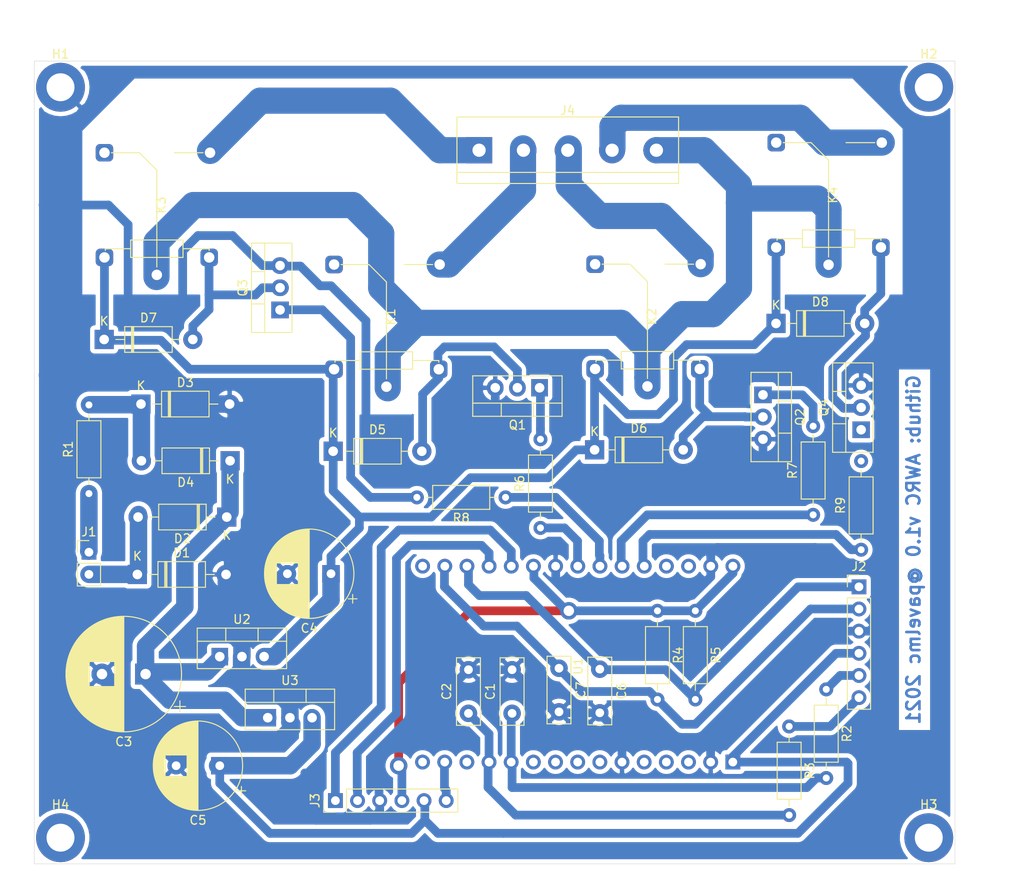
<source format=kicad_pcb>
(kicad_pcb (version 20171130) (host pcbnew 5.1.5+dfsg1-2build2)
  (title_block (title "Arduino Rireless Rotor Controller") (date 2021-09-26) (rev v1.0) (company CO7WT) (comment 1 "Author: @stdevPavelmc"))
  (layers (0 F.Cu signal) (31 B.Cu signal) (34 B.Paste user) (35 F.Paste user) (36 B.SilkS user) (37 F.SilkS user) (38 B.Mask user) (39 F.Mask user) (44 Edge.Cuts user))
  (net 0 "")
  (net 1 /Hall_EL)
  (net 2 GND)
  (net 3 /Hall_AZ)
  (net 4 "Net-(C3-Pad1)")
  (net 5 /+12V)
  (net 6 /+5V)
  (net 7 /Limit_EL)
  (net 8 /Limit_AZ)
  (net 9 "Net-(D1-Pad1)")
  (net 10 "Net-(D3-Pad1)")
  (net 11 "Net-(D5-Pad2)")
  (net 12 "Net-(D6-Pad2)")
  (net 13 "Net-(D7-Pad2)")
  (net 14 "Net-(D8-Pad2)")
  (net 15 "Net-(J1-Pad1)")
  (net 16 "Net-(J3-Pad6)")
  (net 17 "Net-(J3-Pad2)")
  (net 18 "Net-(J3-Pad1)")
  (net 19 "Net-(J4-Pad2)")
  (net 20 "Net-(J4-Pad3)")
  (net 21 "Net-(J4-Pad1)")
  (net 22 "Net-(J4-Pad4)")
  (net 23 /AC_input)
  (net 24 "Net-(K1-Pad12)")
  (net 25 "Net-(K2-Pad12)")
  (net 26 "Net-(K3-Pad12)")
  (net 27 "Net-(K4-Pad12)")
  (net 28 /Motor_Right)
  (net 29 /Motor_Up)
  (net 30 /Motor_Left)
  (net 31 /Motor_Down)
  (net 32 "Net-(U1-Pad28)")
  (net 33 "Net-(U1-Pad27)")
  (net 34 "Net-(U1-Pad16)")
  (net 35 "Net-(U1-Pad7)")
  (net 36 "Net-(U1-Pad3)")
  (net 37 "Net-(U1-Pad10)")
  (net 38 "Net-(U1-Pad13)")
  (net 39 "Net-(U1-Pad9)")
  (net 40 "Net-(U1-Pad15)")
  (net 41 "Net-(U1-Pad4)")
  (net 42 "Net-(Q1-Pad1)")
  (net 43 "Net-(Q2-Pad1)")
  (net 44 "Net-(Q3-Pad1)")
  (net 45 "Net-(Q4-Pad1)")
  (net 46 "Net-(J2-Pad5)")
  (net 47 "Net-(J2-Pad6)")
  (net 48 /+3.3v)
  (net 49 "Net-(H2-Pad1)")
  (net 50 "Net-(H3-Pad1)")
  (net 51 "Net-(H4-Pad1)")
  (module MountingHole:MountingHole_3.2mm_M3_DIN965_Pad (layer F.Cu) (at 95.75 132.5)
    (fp_text reference H4 (at 0 -3.8) (layer F.SilkS))
    (fp_text value MountingHole_Pad)
    (pad 1 thru_hole circle (at 0 0) (size 5.6 5.6) (drill 3.2) (layers *.Cu *.Mask) (net 51 "Net-(H4-Pad1)"))
  )
  (module MountingHole:MountingHole_3.2mm_M3_DIN965_Pad (layer F.Cu) (at 195.25 132.5)
    (fp_text reference H3 (at 0 -3.8) (layer F.SilkS))
    (fp_text value MountingHole_Pad)
    (pad 1 thru_hole circle (at 0 0) (size 5.6 5.6) (drill 3.2) (layers *.Cu *.Mask) (net 50 "Net-(H3-Pad1)"))
  )
  (module MountingHole:MountingHole_3.2mm_M3_DIN965_Pad (layer F.Cu) (at 195.25 46.5)
    (fp_text reference H2 (at 0 -3.8) (layer F.SilkS))
    (fp_text value MountingHole_Pad)
    (pad 1 thru_hole circle (at 0 0) (size 5.6 5.6) (drill 3.2) (layers *.Cu *.Mask) (net 49 "Net-(H2-Pad1)"))
  )
  (module MountingHole:MountingHole_3.2mm_M3_DIN965_Pad (layer F.Cu) (at 95.75 46.5)
    (fp_text reference H1 (at 0 -3.8) (layer F.SilkS))
    (fp_text value MountingHole_Pad)
    (pad 1 thru_hole circle (at 0 0) (size 5.6 5.6) (drill 3.2) (layers *.Cu *.Mask) (net 2 GND))
  )
  (module wemos_clone:Wemos_Clone (layer F.Cu) (at 155.05756 112.6344 270)
    (fp_text reference U1 (at 0.2 0 90) (layer F.SilkS))
    (fp_text value Wemos_vlad_clone)
    (pad 30 thru_hole circle (at -11.25 -17.75 270) (size 1.7 1.7) (drill 1) (layers *.Cu *.Mask) (net 48 /+3.3v))
    (pad 29 thru_hole oval (at -11.25 -15.21 270) (size 1.7 1.7) (drill 1) (layers *.Cu *.Mask) (net 2 GND))
    (pad 28 thru_hole oval (at -11.25 -12.67 270) (size 1.7 1.7) (drill 1) (layers *.Cu *.Mask) (net 32 "Net-(U1-Pad28)"))
    (pad 27 thru_hole oval (at -11.25 -10.13 270) (size 1.7 1.7) (drill 1) (layers *.Cu *.Mask) (net 33 "Net-(U1-Pad27)"))
    (pad 26 thru_hole oval (at -11.25 -7.59 270) (size 1.7 1.7) (drill 1) (layers *.Cu *.Mask) (net 31 /Motor_Down))
    (pad 25 thru_hole oval (at -11.25 -5.05 270) (size 1.7 1.7) (drill 1) (layers *.Cu *.Mask) (net 29 /Motor_Up))
    (pad 24 thru_hole oval (at -11.25 -2.51 270) (size 1.7 1.7) (drill 1) (layers *.Cu *.Mask) (net 30 /Motor_Left))
    (pad 23 thru_hole oval (at -11.25 0.03 270) (size 1.7 1.7) (drill 1) (layers *.Cu *.Mask) (net 28 /Motor_Right))
    (pad 22 thru_hole oval (at -11.25 2.57 270) (size 1.7 1.7) (drill 1) (layers *.Cu *.Mask) (net 2 GND))
    (pad 21 thru_hole oval (at -11.25 5.11 270) (size 1.7 1.7) (drill 1) (layers *.Cu *.Mask) (net 48 /+3.3v))
    (pad 20 thru_hole oval (at -11.25 7.65 270) (size 1.7 1.7) (drill 1) (layers *.Cu *.Mask) (net 18 "Net-(J3-Pad1)"))
    (pad 19 thru_hole oval (at -11.25 10.19 270) (size 1.7 1.7) (drill 1) (layers *.Cu *.Mask) (net 17 "Net-(J3-Pad2)"))
    (pad 18 thru_hole oval (at -11.25 12.73 270) (size 1.7 1.7) (drill 1) (layers *.Cu *.Mask) (net 7 /Limit_EL))
    (pad 17 thru_hole oval (at -11.25 15.27 270) (size 1.7 1.7) (drill 1) (layers *.Cu *.Mask) (net 8 /Limit_AZ))
    (pad 16 thru_hole oval (at -11.25 17.81 270) (size 1.7 1.7) (drill 1) (layers *.Cu *.Mask) (net 34 "Net-(U1-Pad16)"))
    (pad 1 thru_hole rect (at 11.2 -17.74 270) (size 1.7 1.7) (drill 1) (layers *.Cu *.Mask) (net 6 /+5V))
    (pad 5 thru_hole oval (at 11.2 -7.58 270) (size 1.7 1.7) (drill 1) (layers *.Cu *.Mask) (net 48 /+3.3v))
    (pad 7 thru_hole oval (at 11.2 -2.5 270) (size 1.7 1.7) (drill 1) (layers *.Cu *.Mask) (net 35 "Net-(U1-Pad7)"))
    (pad 11 thru_hole oval (at 11.2 7.66 270) (size 1.7 1.7) (drill 1) (layers *.Cu *.Mask) (net 1 /Hall_EL))
    (pad 12 thru_hole oval (at 11.2 10.2 270) (size 1.7 1.7) (drill 1) (layers *.Cu *.Mask) (net 3 /Hall_AZ))
    (pad 3 thru_hole oval (at 11.2 -12.66 270) (size 1.7 1.7) (drill 1) (layers *.Cu *.Mask) (net 36 "Net-(U1-Pad3)"))
    (pad 8 thru_hole oval (at 11.2 0.04 270) (size 1.7 1.7) (drill 1) (layers *.Cu *.Mask))
    (pad 10 thru_hole oval (at 11.2 5.12 270) (size 1.7 1.7) (drill 1) (layers *.Cu *.Mask) (net 37 "Net-(U1-Pad10)"))
    (pad 13 thru_hole oval (at 11.2 12.74 270) (size 1.7 1.7) (drill 1) (layers *.Cu *.Mask) (net 38 "Net-(U1-Pad13)"))
    (pad 9 thru_hole oval (at 11.2 2.58 270) (size 1.7 1.7) (drill 1) (layers *.Cu *.Mask) (net 39 "Net-(U1-Pad9)"))
    (pad 14 thru_hole oval (at 11.2 15.28 270) (size 1.7 1.7) (drill 1) (layers *.Cu *.Mask) (net 16 "Net-(J3-Pad6)"))
    (pad 15 thru_hole oval (at 11.2 17.82 270) (size 1.7 1.7) (drill 1) (layers *.Cu *.Mask) (net 40 "Net-(U1-Pad15)"))
    (pad 2 thru_hole oval (at 11.2 -15.2 270) (size 1.7 1.7) (drill 1) (layers *.Cu *.Mask) (net 2 GND))
    (pad 4 thru_hole oval (at 11.2 -10.12 270) (size 1.7 1.7) (drill 1) (layers *.Cu *.Mask) (net 41 "Net-(U1-Pad4)"))
    (pad 6 thru_hole oval (at 11.2 -5.04 270) (size 1.7 1.7) (drill 1) (layers *.Cu *.Mask) (net 2 GND))
  )
  (module Package_TO_SOT_THT:TO-220-3_Vertical (layer F.Cu) (at 187.5 85.75 90)
    (fp_text reference Q4 (at 2.54 -4.27 90) (layer F.SilkS))
    (fp_text value IRF540N)
    (pad 3 thru_hole oval (at 5.08 0 90) (size 1.905 2) (drill 1.1) (layers *.Cu *.Mask) (net 2 GND))
    (pad 2 thru_hole oval (at 2.54 0 90) (size 1.905 2) (drill 1.1) (layers *.Cu *.Mask) (net 14 "Net-(D8-Pad2)"))
    (pad 1 thru_hole rect (at 0 0 90) (size 1.905 2) (drill 1.1) (layers *.Cu *.Mask) (net 45 "Net-(Q4-Pad1)"))
  )
  (module Package_TO_SOT_THT:TO-220-3_Vertical (layer F.Cu) (at 120.90908 72.01916 90)
    (fp_text reference Q3 (at 2.54 -4.27 90) (layer F.SilkS))
    (fp_text value IRF540N)
    (pad 3 thru_hole oval (at 5.08 0 90) (size 1.905 2) (drill 1.1) (layers *.Cu *.Mask) (net 2 GND))
    (pad 2 thru_hole oval (at 2.54 0 90) (size 1.905 2) (drill 1.1) (layers *.Cu *.Mask) (net 13 "Net-(D7-Pad2)"))
    (pad 1 thru_hole rect (at 0 0 90) (size 1.905 2) (drill 1.1) (layers *.Cu *.Mask) (net 44 "Net-(Q3-Pad1)"))
  )
  (module Package_TO_SOT_THT:TO-220-3_Vertical (layer F.Cu) (at 176.25 81.75 270)
    (fp_text reference Q2 (at 2.54 -4.27 90) (layer F.SilkS))
    (fp_text value IRF540N)
    (pad 3 thru_hole oval (at 5.08 0 270) (size 1.905 2) (drill 1.1) (layers *.Cu *.Mask) (net 2 GND))
    (pad 2 thru_hole oval (at 2.54 0 270) (size 1.905 2) (drill 1.1) (layers *.Cu *.Mask) (net 12 "Net-(D6-Pad2)"))
    (pad 1 thru_hole rect (at 0 0 270) (size 1.905 2) (drill 1.1) (layers *.Cu *.Mask) (net 43 "Net-(Q2-Pad1)"))
  )
  (module Package_TO_SOT_THT:TO-220-3_Vertical (layer F.Cu) (at 150.64994 80.93964 180)
    (fp_text reference Q1 (at 2.54 -4.27) (layer F.SilkS))
    (fp_text value IRF540N)
    (pad 3 thru_hole oval (at 5.08 0 180) (size 1.905 2) (drill 1.1) (layers *.Cu *.Mask) (net 2 GND))
    (pad 2 thru_hole oval (at 2.54 0 180) (size 1.905 2) (drill 1.1) (layers *.Cu *.Mask) (net 11 "Net-(D5-Pad2)"))
    (pad 1 thru_hole rect (at 0 0 180) (size 1.905 2) (drill 1.1) (layers *.Cu *.Mask) (net 42 "Net-(Q1-Pad1)"))
  )
  (module Capacitor_THT:C_Disc_D7.5mm_W2.5mm_P5.00mm (layer F.Cu) (at 147.5 118.25 90)
    (fp_text reference C1 (at 2.5 -2.5 90) (layer F.SilkS))
    (fp_text value 10n)
    (pad 1 thru_hole circle (at 0 0 90) (size 2 2) (drill 1) (layers *.Cu *.Mask) (net 1 /Hall_EL))
    (pad 2 thru_hole circle (at 5 0 90) (size 2 2) (drill 1) (layers *.Cu *.Mask) (net 2 GND))
  )
  (module Capacitor_THT:C_Disc_D7.5mm_W2.5mm_P5.00mm (layer F.Cu) (at 142.5 118.25 90)
    (fp_text reference C2 (at 2.5 -2.5 90) (layer F.SilkS))
    (fp_text value 10n)
    (pad 1 thru_hole circle (at 0 0 90) (size 2 2) (drill 1) (layers *.Cu *.Mask) (net 3 /Hall_AZ))
    (pad 2 thru_hole circle (at 5 0 90) (size 2 2) (drill 1) (layers *.Cu *.Mask) (net 2 GND))
  )
  (module Capacitor_THT:CP_Radial_D13.0mm_P5.00mm (layer F.Cu) (at 105.5 113.75 180)
    (fp_text reference C3 (at 2.5 -7.75) (layer F.SilkS))
    (fp_text value 100uF/25v)
    (pad 1 thru_hole rect (at 0 0 180) (size 2.4 2.4) (drill 1.2) (layers *.Cu *.Mask) (net 4 "Net-(C3-Pad1)"))
    (pad 2 thru_hole circle (at 5 0 180) (size 2.4 2.4) (drill 1.2) (layers *.Cu *.Mask) (net 2 GND))
  )
  (module Capacitor_THT:CP_Radial_D10.0mm_P5.00mm (layer F.Cu) (at 126.75 102.25 180)
    (fp_text reference C4 (at 2.5 -6.25) (layer F.SilkS))
    (fp_text value 10uF/16v)
    (pad 2 thru_hole circle (at 5 0 180) (size 2 2) (drill 1) (layers *.Cu *.Mask) (net 2 GND))
    (pad 1 thru_hole rect (at 0 0 180) (size 2 2) (drill 1) (layers *.Cu *.Mask) (net 5 /+12V))
  )
  (module Capacitor_THT:CP_Radial_D10.0mm_P5.00mm (layer F.Cu) (at 114 124.25 180)
    (fp_text reference C5 (at 2.5 -6.25) (layer F.SilkS))
    (fp_text value 10uF/16v)
    (pad 1 thru_hole rect (at 0 0 180) (size 2 2) (drill 1) (layers *.Cu *.Mask) (net 6 /+5V))
    (pad 2 thru_hole circle (at 5 0 180) (size 2 2) (drill 1) (layers *.Cu *.Mask) (net 2 GND))
  )
  (module Capacitor_THT:C_Disc_D7.5mm_W2.5mm_P5.00mm (layer F.Cu) (at 157.5493 113.18812 270)
    (fp_text reference C6 (at 2.5 -2.5 90) (layer F.SilkS))
    (fp_text value 10n)
    (pad 2 thru_hole circle (at 5 0 270) (size 2 2) (drill 1) (layers *.Cu *.Mask) (net 2 GND))
    (pad 1 thru_hole circle (at 0 0 270) (size 2 2) (drill 1) (layers *.Cu *.Mask) (net 7 /Limit_EL))
  )
  (module Capacitor_THT:C_Disc_D7.5mm_W2.5mm_P5.00mm (layer F.Cu) (at 152.8757 113.0789 270)
    (fp_text reference C7 (at 2.5 -2.5 90) (layer F.SilkS))
    (fp_text value 10n)
    (pad 2 thru_hole circle (at 5 0 270) (size 2 2) (drill 1) (layers *.Cu *.Mask) (net 2 GND))
    (pad 1 thru_hole circle (at 0 0 270) (size 2 2) (drill 1) (layers *.Cu *.Mask) (net 8 /Limit_AZ))
  )
  (module Diode_THT:D_DO-41_SOD81_P10.16mm_Horizontal (layer F.Cu) (at 104.5591 102.33406)
    (fp_text reference D1 (at 5.08 -2.47) (layer F.SilkS))
    (fp_text value 1N4001)
    (fp_text user K (at 0 -2.1) (layer F.SilkS))
    (pad 1 thru_hole rect (at 0 0) (size 2.2 2.2) (drill 1.1) (layers *.Cu *.Mask) (net 9 "Net-(D1-Pad1)"))
    (pad 2 thru_hole oval (at 10.16 0) (size 2.2 2.2) (drill 1.1) (layers *.Cu *.Mask) (net 2 GND))
  )
  (module Diode_THT:D_DO-41_SOD81_P10.16mm_Horizontal (layer F.Cu) (at 114.80038 95.75546 180)
    (fp_text reference D2 (at 5.08 -2.47) (layer F.SilkS))
    (fp_text value 1N4001)
    (fp_text user K (at 0 -2.1) (layer F.SilkS))
    (pad 2 thru_hole oval (at 10.16 0 180) (size 2.2 2.2) (drill 1.1) (layers *.Cu *.Mask) (net 9 "Net-(D1-Pad1)"))
    (pad 1 thru_hole rect (at 0 0 180) (size 2.2 2.2) (drill 1.1) (layers *.Cu *.Mask) (net 4 "Net-(C3-Pad1)"))
  )
  (module Diode_THT:D_DO-41_SOD81_P10.16mm_Horizontal (layer F.Cu) (at 104.97058 82.80654)
    (fp_text reference D3 (at 5.08 -2.47) (layer F.SilkS))
    (fp_text value 1N4001)
    (fp_text user K (at 0 -2.1) (layer F.SilkS))
    (pad 2 thru_hole oval (at 10.16 0) (size 2.2 2.2) (drill 1.1) (layers *.Cu *.Mask) (net 2 GND))
    (pad 1 thru_hole rect (at 0 0) (size 2.2 2.2) (drill 1.1) (layers *.Cu *.Mask) (net 10 "Net-(D3-Pad1)"))
  )
  (module Diode_THT:D_DO-41_SOD81_P10.16mm_Horizontal (layer F.Cu) (at 115.18138 89.30894 180)
    (fp_text reference D4 (at 5.08 -2.47) (layer F.SilkS))
    (fp_text value 1N4001)
    (fp_text user K (at 0 -2.1) (layer F.SilkS))
    (pad 1 thru_hole rect (at 0 0 180) (size 2.2 2.2) (drill 1.1) (layers *.Cu *.Mask) (net 4 "Net-(C3-Pad1)"))
    (pad 2 thru_hole oval (at 10.16 0 180) (size 2.2 2.2) (drill 1.1) (layers *.Cu *.Mask) (net 10 "Net-(D3-Pad1)"))
  )
  (module Diode_THT:D_DO-41_SOD81_P10.16mm_Horizontal (layer F.Cu) (at 126.99384 88.21394)
    (fp_text reference D5 (at 5.08 -2.47) (layer F.SilkS))
    (fp_text value 1N4001)
    (fp_text user K (at 0 -2.1) (layer F.SilkS))
    (pad 1 thru_hole rect (at 0 0) (size 2.2 2.2) (drill 1.1) (layers *.Cu *.Mask) (net 5 /+12V))
    (pad 2 thru_hole oval (at 10.16 0) (size 2.2 2.2) (drill 1.1) (layers *.Cu *.Mask) (net 11 "Net-(D5-Pad2)"))
  )
  (module Diode_THT:D_DO-41_SOD81_P10.16mm_Horizontal (layer F.Cu) (at 156.95168 88.05392)
    (fp_text reference D6 (at 5.08 -2.47) (layer F.SilkS))
    (fp_text value 1N4001)
    (fp_text user K (at 0 -2.1) (layer F.SilkS))
    (pad 2 thru_hole oval (at 10.16 0) (size 2.2 2.2) (drill 1.1) (layers *.Cu *.Mask) (net 12 "Net-(D6-Pad2)"))
    (pad 1 thru_hole rect (at 0 0) (size 2.2 2.2) (drill 1.1) (layers *.Cu *.Mask) (net 5 /+12V))
  )
  (module Diode_THT:D_DO-41_SOD81_P10.16mm_Horizontal (layer F.Cu) (at 100.75164 75.40498)
    (fp_text reference D7 (at 5.08 -2.47) (layer F.SilkS))
    (fp_text value 1N4001)
    (fp_text user K (at 0 -2.1) (layer F.SilkS))
    (pad 2 thru_hole oval (at 10.16 0) (size 2.2 2.2) (drill 1.1) (layers *.Cu *.Mask) (net 13 "Net-(D7-Pad2)"))
    (pad 1 thru_hole rect (at 0 0) (size 2.2 2.2) (drill 1.1) (layers *.Cu *.Mask) (net 5 /+12V))
  )
  (module Diode_THT:D_DO-41_SOD81_P10.16mm_Horizontal (layer F.Cu) (at 177.7462 73.56824)
    (fp_text reference D8 (at 5.08 -2.47) (layer F.SilkS))
    (fp_text value 1N4001)
    (fp_text user K (at 0 -2.1) (layer F.SilkS))
    (pad 1 thru_hole rect (at 0 0) (size 2.2 2.2) (drill 1.1) (layers *.Cu *.Mask) (net 5 /+12V))
    (pad 2 thru_hole oval (at 10.16 0) (size 2.2 2.2) (drill 1.1) (layers *.Cu *.Mask) (net 14 "Net-(D8-Pad2)"))
  )
  (module Connector_PinHeader_2.54mm:PinHeader_1x02_P2.54mm_Vertical (layer F.Cu) (at 99.00666 99.7839)
    (fp_text reference J1 (at 0 -2.33) (layer F.SilkS))
    (fp_text value Conn_01x02)
    (pad 1 thru_hole rect (at 0 0) (size 1.7 1.7) (drill 1) (layers *.Cu *.Mask) (net 15 "Net-(J1-Pad1)"))
    (pad 2 thru_hole oval (at 0 2.54) (size 1.7 1.7) (drill 1) (layers *.Cu *.Mask) (net 9 "Net-(D1-Pad1)"))
  )
  (module Connector_PinHeader_2.54mm:PinHeader_1x06_P2.54mm_Vertical (layer F.Cu) (at 187.25 103.75)
    (fp_text reference J2 (at 0 -2.33) (layer F.SilkS))
    (fp_text value "Power, Sensors, Limits")
    (pad 1 thru_hole rect (at 0 0) (size 1.7 1.7) (drill 1) (layers *.Cu *.Mask) (net 7 /Limit_EL))
    (pad 2 thru_hole oval (at 0 2.54) (size 1.7 1.7) (drill 1) (layers *.Cu *.Mask) (net 8 /Limit_AZ))
    (pad 3 thru_hole oval (at 0 5.08) (size 1.7 1.7) (drill 1) (layers *.Cu *.Mask) (net 2 GND))
    (pad 4 thru_hole oval (at 0 7.62) (size 1.7 1.7) (drill 1) (layers *.Cu *.Mask) (net 6 /+5V))
    (pad 5 thru_hole oval (at 0 10.16) (size 1.7 1.7) (drill 1) (layers *.Cu *.Mask) (net 46 "Net-(J2-Pad5)"))
    (pad 6 thru_hole oval (at 0 12.7) (size 1.7 1.7) (drill 1) (layers *.Cu *.Mask) (net 47 "Net-(J2-Pad6)"))
  )
  (module Connector_PinHeader_2.54mm:PinHeader_1x06_P2.54mm_Vertical (layer F.Cu) (at 127.25 128.25 90)
    (fp_text reference J3 (at 0 -2.33 90) (layer F.SilkS))
    (fp_text value Auxiliar)
    (pad 6 thru_hole oval (at 0 12.7 90) (size 1.7 1.7) (drill 1) (layers *.Cu *.Mask) (net 16 "Net-(J3-Pad6)"))
    (pad 5 thru_hole oval (at 0 10.16 90) (size 1.7 1.7) (drill 1) (layers *.Cu *.Mask) (net 6 /+5V))
    (pad 4 thru_hole oval (at 0 7.62 90) (size 1.7 1.7) (drill 1) (layers *.Cu *.Mask) (net 48 /+3.3v))
    (pad 3 thru_hole oval (at 0 5.08 90) (size 1.7 1.7) (drill 1) (layers *.Cu *.Mask) (net 2 GND))
    (pad 2 thru_hole oval (at 0 2.54 90) (size 1.7 1.7) (drill 1) (layers *.Cu *.Mask) (net 17 "Net-(J3-Pad2)"))
    (pad 1 thru_hole rect (at 0 0 90) (size 1.7 1.7) (drill 1) (layers *.Cu *.Mask) (net 18 "Net-(J3-Pad1)"))
  )
  (module TerminalBlock:TerminalBlock_bornier-5_P5.08mm (layer F.Cu) (at 143.71828 53.71846)
    (fp_text reference J4 (at 10.15 -4.55) (layer F.SilkS))
    (fp_text value "AC Motors")
    (pad 2 thru_hole circle (at 5.08 0) (size 3 3) (drill 1.52) (layers *.Cu *.Mask) (net 19 "Net-(J4-Pad2)"))
    (pad 3 thru_hole circle (at 10.16 0) (size 3 3) (drill 1.52) (layers *.Cu *.Mask) (net 20 "Net-(J4-Pad3)"))
    (pad 1 thru_hole rect (at 0 0) (size 3 3) (drill 1.52) (layers *.Cu *.Mask) (net 21 "Net-(J4-Pad1)"))
    (pad 4 thru_hole circle (at 15.24 0) (size 3 3) (drill 1.52) (layers *.Cu *.Mask) (net 22 "Net-(J4-Pad4)"))
    (pad 5 thru_hole circle (at 20.32 0) (size 3 3) (drill 1.52) (layers *.Cu *.Mask) (net 23 /AC_input))
  )
  (module awrc:Relay_THT_UPS_80H-1C-S (layer F.Cu) (at 133.1 72.81646 90)
    (fp_text reference K1 (at 0 0.5 90) (layer F.SilkS))
    (fp_text value FINDER-32.21-x000)
    (pad 11 thru_hole roundrect (at -8 0 90) (size 2 2) (drill 1.2) (layers *.Cu *.Mask) (net 23 /AC_input))
    (pad 14 thru_hole roundrect (at 6 6.1 90) (size 2 2) (drill 1.2) (layers *.Cu *.Mask) (net 19 "Net-(J4-Pad2)"))
    (pad 12 thru_hole roundrect (at 6 -6 90) (size 2 2) (drill 1.2) (layers *.Cu *.Mask) (net 24 "Net-(K1-Pad12)"))
    (pad A1 thru_hole roundrect (at -6 -6 90) (size 2 2) (drill 1.2) (layers *.Cu *.Mask) (net 5 /+12V))
    (pad A2 thru_hole roundrect (at -6 6 90) (size 2 2) (drill 1.2) (layers *.Cu *.Mask) (net 11 "Net-(D5-Pad2)"))
  )
  (module awrc:Relay_THT_UPS_80H-1C-S (layer F.Cu) (at 163.01212 72.77836 90)
    (fp_text reference K2 (at 0 0.5 90) (layer F.SilkS))
    (fp_text value FINDER-32.21-x000)
    (pad 11 thru_hole roundrect (at -8 0 90) (size 2 2) (drill 1.2) (layers *.Cu *.Mask) (net 23 /AC_input))
    (pad 14 thru_hole roundrect (at 6 6.1 90) (size 2 2) (drill 1.2) (layers *.Cu *.Mask) (net 20 "Net-(J4-Pad3)"))
    (pad 12 thru_hole roundrect (at 6 -6 90) (size 2 2) (drill 1.2) (layers *.Cu *.Mask) (net 25 "Net-(K2-Pad12)"))
    (pad A1 thru_hole roundrect (at -6 -6 90) (size 2 2) (drill 1.2) (layers *.Cu *.Mask) (net 5 /+12V))
    (pad A2 thru_hole roundrect (at -6 6 90) (size 2 2) (drill 1.2) (layers *.Cu *.Mask) (net 12 "Net-(D6-Pad2)"))
  )
  (module awrc:Relay_THT_UPS_80H-1C-S (layer F.Cu) (at 106.78668 60.00242 90)
    (fp_text reference K3 (at 0 0.5 90) (layer F.SilkS))
    (fp_text value FINDER-32.21-x000)
    (pad A2 thru_hole roundrect (at -6 6 90) (size 2 2) (drill 1.2) (layers *.Cu *.Mask) (net 13 "Net-(D7-Pad2)"))
    (pad A1 thru_hole roundrect (at -6 -6 90) (size 2 2) (drill 1.2) (layers *.Cu *.Mask) (net 5 /+12V))
    (pad 12 thru_hole roundrect (at 6 -6 90) (size 2 2) (drill 1.2) (layers *.Cu *.Mask) (net 26 "Net-(K3-Pad12)"))
    (pad 14 thru_hole roundrect (at 6 6.1 90) (size 2 2) (drill 1.2) (layers *.Cu *.Mask) (net 21 "Net-(J4-Pad1)"))
    (pad 11 thru_hole roundrect (at -8 0 90) (size 2 2) (drill 1.2) (layers *.Cu *.Mask) (net 23 /AC_input))
  )
  (module awrc:Relay_THT_UPS_80H-1C-S (layer F.Cu) (at 183.76652 58.84692 90)
    (fp_text reference K4 (at 0 0.5 90) (layer F.SilkS))
    (fp_text value FINDER-32.21-x000)
    (pad A2 thru_hole roundrect (at -6 6 90) (size 2 2) (drill 1.2) (layers *.Cu *.Mask) (net 14 "Net-(D8-Pad2)"))
    (pad A1 thru_hole roundrect (at -6 -6 90) (size 2 2) (drill 1.2) (layers *.Cu *.Mask) (net 5 /+12V))
    (pad 12 thru_hole roundrect (at 6 -6 90) (size 2 2) (drill 1.2) (layers *.Cu *.Mask) (net 27 "Net-(K4-Pad12)"))
    (pad 14 thru_hole roundrect (at 6 6.1 90) (size 2 2) (drill 1.2) (layers *.Cu *.Mask) (net 22 "Net-(J4-Pad4)"))
    (pad 11 thru_hole roundrect (at -8 0 90) (size 2 2) (drill 1.2) (layers *.Cu *.Mask) (net 23 /AC_input))
  )
  (module Resistor_THT:R_Axial_DIN0207_L6.3mm_D2.5mm_P10.16mm_Horizontal (layer F.Cu) (at 99.00666 93.0656 90)
    (fp_text reference R1 (at 5.08 -2.37 90) (layer F.SilkS))
    (fp_text value 10)
    (pad 1 thru_hole circle (at 0 0 90) (size 1.6 1.6) (drill 0.8) (layers *.Cu *.Mask) (net 15 "Net-(J1-Pad1)"))
    (pad 2 thru_hole oval (at 10.16 0 90) (size 1.6 1.6) (drill 0.8) (layers *.Cu *.Mask) (net 10 "Net-(D3-Pad1)"))
  )
  (module Resistor_THT:R_Axial_DIN0207_L6.3mm_D2.5mm_P10.16mm_Horizontal (layer F.Cu) (at 183.5 115.5 270)
    (fp_text reference R2 (at 5.08 -2.37 90) (layer F.SilkS))
    (fp_text value 1k)
    (pad 1 thru_hole circle (at 0 0 270) (size 1.6 1.6) (drill 0.8) (layers *.Cu *.Mask) (net 46 "Net-(J2-Pad5)"))
    (pad 2 thru_hole oval (at 10.16 0 270) (size 1.6 1.6) (drill 0.8) (layers *.Cu *.Mask) (net 1 /Hall_EL))
  )
  (module Resistor_THT:R_Axial_DIN0207_L6.3mm_D2.5mm_P10.16mm_Horizontal (layer F.Cu) (at 179.25 119.75 270)
    (fp_text reference R3 (at 5.08 -2.37 90) (layer F.SilkS))
    (fp_text value 1k)
    (pad 2 thru_hole oval (at 10.16 0 270) (size 1.6 1.6) (drill 0.8) (layers *.Cu *.Mask) (net 3 /Hall_AZ))
    (pad 1 thru_hole circle (at 0 0 270) (size 1.6 1.6) (drill 0.8) (layers *.Cu *.Mask) (net 47 "Net-(J2-Pad6)"))
  )
  (module Resistor_THT:R_Axial_DIN0207_L6.3mm_D2.5mm_P10.16mm_Horizontal (layer F.Cu) (at 164.15838 106.5 270)
    (fp_text reference R4 (at 5.08 -2.37 90) (layer F.SilkS))
    (fp_text value 4k7)
    (pad 1 thru_hole circle (at 0 0 270) (size 1.6 1.6) (drill 0.8) (layers *.Cu *.Mask) (net 48 /+3.3v))
    (pad 2 thru_hole oval (at 10.16 0 270) (size 1.6 1.6) (drill 0.8) (layers *.Cu *.Mask) (net 8 /Limit_AZ))
  )
  (module Resistor_THT:R_Axial_DIN0207_L6.3mm_D2.5mm_P10.16mm_Horizontal (layer F.Cu) (at 168.5 106.5 270)
    (fp_text reference R5 (at 5.08 -2.37 90) (layer F.SilkS))
    (fp_text value 4k7)
    (pad 2 thru_hole oval (at 10.16 0 270) (size 1.6 1.6) (drill 0.8) (layers *.Cu *.Mask) (net 7 /Limit_EL))
    (pad 1 thru_hole circle (at 0 0 270) (size 1.6 1.6) (drill 0.8) (layers *.Cu *.Mask) (net 48 /+3.3v))
  )
  (module Resistor_THT:R_Axial_DIN0207_L6.3mm_D2.5mm_P10.16mm_Horizontal (layer F.Cu) (at 150.75 97 90)
    (fp_text reference R6 (at 5.08 -2.37 90) (layer F.SilkS))
    (fp_text value 100)
    (pad 1 thru_hole circle (at 0 0 90) (size 1.6 1.6) (drill 0.8) (layers *.Cu *.Mask) (net 28 /Motor_Right))
    (pad 2 thru_hole oval (at 10.16 0 90) (size 1.6 1.6) (drill 0.8) (layers *.Cu *.Mask) (net 42 "Net-(Q1-Pad1)"))
  )
  (module Resistor_THT:R_Axial_DIN0207_L6.3mm_D2.5mm_P10.16mm_Horizontal (layer F.Cu) (at 182 95.5 90)
    (fp_text reference R7 (at 5.08 -2.37 90) (layer F.SilkS))
    (fp_text value 100)
    (pad 1 thru_hole circle (at 0 0 90) (size 1.6 1.6) (drill 0.8) (layers *.Cu *.Mask) (net 29 /Motor_Up))
    (pad 2 thru_hole oval (at 10.16 0 90) (size 1.6 1.6) (drill 0.8) (layers *.Cu *.Mask) (net 43 "Net-(Q2-Pad1)"))
  )
  (module Resistor_THT:R_Axial_DIN0207_L6.3mm_D2.5mm_P10.16mm_Horizontal (layer F.Cu) (at 146.75 93.5 180)
    (fp_text reference R8 (at 5.08 -2.37) (layer F.SilkS))
    (fp_text value 100)
    (pad 2 thru_hole oval (at 10.16 0 180) (size 1.6 1.6) (drill 0.8) (layers *.Cu *.Mask) (net 44 "Net-(Q3-Pad1)"))
    (pad 1 thru_hole circle (at 0 0 180) (size 1.6 1.6) (drill 0.8) (layers *.Cu *.Mask) (net 30 /Motor_Left))
  )
  (module Resistor_THT:R_Axial_DIN0207_L6.3mm_D2.5mm_P10.16mm_Horizontal (layer F.Cu) (at 187.5 99.5 90)
    (fp_text reference R9 (at 5.08 -2.37 90) (layer F.SilkS))
    (fp_text value 100)
    (pad 2 thru_hole oval (at 10.16 0 90) (size 1.6 1.6) (drill 0.8) (layers *.Cu *.Mask) (net 45 "Net-(Q4-Pad1)"))
    (pad 1 thru_hole circle (at 0 0 90) (size 1.6 1.6) (drill 0.8) (layers *.Cu *.Mask) (net 31 /Motor_Down))
  )
  (module Package_TO_SOT_THT:TO-220-3_Vertical (layer F.Cu) (at 114 111.75)
    (fp_text reference U2 (at 2.54 -4.27) (layer F.SilkS))
    (fp_text value LM7812_TO220)
    (pad 1 thru_hole rect (at 0 0) (size 1.905 2) (drill 1.1) (layers *.Cu *.Mask) (net 4 "Net-(C3-Pad1)"))
    (pad 2 thru_hole oval (at 2.54 0) (size 1.905 2) (drill 1.1) (layers *.Cu *.Mask) (net 2 GND))
    (pad 3 thru_hole oval (at 5.08 0) (size 1.905 2) (drill 1.1) (layers *.Cu *.Mask) (net 5 /+12V))
  )
  (module Package_TO_SOT_THT:TO-220-3_Vertical (layer F.Cu) (at 119.5 118.75)
    (fp_text reference U3 (at 2.54 -4.27) (layer F.SilkS))
    (fp_text value LM7805_TO220)
    (pad 3 thru_hole oval (at 5.08 0) (size 1.905 2) (drill 1.1) (layers *.Cu *.Mask) (net 6 /+5V))
    (pad 2 thru_hole oval (at 2.54 0) (size 1.905 2) (drill 1.1) (layers *.Cu *.Mask) (net 2 GND))
    (pad 1 thru_hole rect (at 0 0) (size 1.905 2) (drill 1.1) (layers *.Cu *.Mask) (net 4 "Net-(C3-Pad1)"))
  )
  (gr_text "Github: AWRC v1.0 @pavelmc 2021" (at 193.5 99.5 90) (layer B.Cu) (effects (font (size 1.5 1.5) (thickness 0.3)) (justify mirror)))
  (gr_line (start 198.25 135.5) (end 198.25 43.5) (layer Edge.Cuts) (width 0.05))
  (gr_line (start 92.75 43.5) (end 198.25 43.5) (layer Edge.Cuts) (width 0.05))
  (gr_line (start 92.75 135.5) (end 92.75 43.5) (layer Edge.Cuts) (width 0.05))
  (gr_line (start 198.25 135.5) (end 92.75 135.5) (layer Edge.Cuts) (width 0.05))
  (segment (start 147.5 126.75) (end 147.5 123.75) (width 1) (layer B.Cu) (net 1))
  (segment (start 181.27863 126.75) (end 147.5 126.75) (width 1) (layer B.Cu) (net 1))
  (segment (start 182.36863 125.66) (end 181.27863 126.75) (width 1) (layer B.Cu) (net 1))
  (segment (start 183.5 125.66) (end 182.36863 125.66) (width 1) (layer B.Cu) (net 1))
  (segment (start 147.39756 123.8344) (end 147.39756 118.35244) (width 1) (layer B.Cu) (net 1))
  (segment (start 147.39756 118.35244) (end 147.5 118.25) (width 1) (layer B.Cu) (net 1))
  (segment (start 170.25 122) (end 170.25 123.75) (width 1) (layer B.Cu) (net 2))
  (segment (start 160.09756 123.8344) (end 160.09756 120.84756) (width 1) (layer B.Cu) (net 2))
  (segment (start 160.09756 120.84756) (end 157.25 118) (width 1) (layer B.Cu) (net 2))
  (segment (start 118.90908 66.93916) (end 115.46992 63.5) (width 1) (layer B.Cu) (net 2))
  (segment (start 120.90908 66.93916) (end 118.90908 66.93916) (width 1) (layer B.Cu) (net 2))
  (segment (start 115.46992 63.5) (end 111.5 63.5) (width 1) (layer B.Cu) (net 2))
  (segment (start 111.5 63.5) (end 109.75 65.25) (width 1) (layer B.Cu) (net 2))
  (segment (start 109.75 65.25) (end 109.75 71) (width 1) (layer B.Cu) (net 2))
  (segment (start 109.75 71) (end 107.75 73) (width 1) (layer B.Cu) (net 2))
  (segment (start 107.75 73) (end 105 73) (width 1) (layer B.Cu) (net 2))
  (segment (start 105 73) (end 103.5 71.5) (width 1) (layer B.Cu) (net 2))
  (segment (start 103.5 71.5) (end 103.5 62.25) (width 1) (layer B.Cu) (net 2))
  (segment (start 103.5 62.25) (end 101.25 60) (width 1) (layer B.Cu) (net 2))
  (segment (start 101.25 60) (end 93.75 60) (width 1) (layer B.Cu) (net 2))
  (segment (start 145.56994 80.93964) (end 145.56994 84.68006) (width 1) (layer B.Cu) (net 2))
  (segment (start 145.56994 84.68006) (end 139.25 91) (width 1) (layer B.Cu) (net 2))
  (segment (start 139.25 91) (end 134 91) (width 1) (layer B.Cu) (net 2))
  (segment (start 134 91) (end 130.75 87.75) (width 1) (layer B.Cu) (net 2))
  (segment (start 130.75 87.75) (end 130.75 73.25) (width 1) (layer B.Cu) (net 2))
  (segment (start 130.75 73.25) (end 126.75 69.25) (width 1) (layer B.Cu) (net 2))
  (segment (start 126.75 69.25) (end 125.5 69.25) (width 1) (layer B.Cu) (net 2))
  (segment (start 125.5 69.25) (end 123.25 67) (width 1) (layer B.Cu) (net 2))
  (segment (start 123.25 67) (end 121.25 67) (width 1) (layer B.Cu) (net 2))
  (segment (start 187.25 108.83) (end 182.67 108.83) (width 1) (layer B.Cu) (net 2))
  (segment (start 170.25 121.25) (end 170.25 122) (width 1) (layer B.Cu) (net 2))
  (segment (start 182.67 108.83) (end 170.25 121.25) (width 1) (layer B.Cu) (net 2))
  (segment (start 160.5 121.25) (end 160.09756 120.84756) (width 1) (layer B.Cu) (net 2))
  (segment (start 170.25 121.25) (end 160.5 121.25) (width 1) (layer B.Cu) (net 2))
  (segment (start 132.25 123.25) (end 132.25 128) (width 1) (layer B.Cu) (net 2))
  (segment (start 115.13058 82.80654) (end 118.5 86.17596) (width 2) (layer B.Cu) (net 2))
  (segment (start 118.5 86.17596) (end 118.5 98.75) (width 2) (layer B.Cu) (net 2))
  (segment (start 118.5 98.75) (end 114.75 102.5) (width 2) (layer B.Cu) (net 2))
  (segment (start 115.13058 82.80654) (end 110.05654 82.80654) (width 2) (layer B.Cu) (net 2))
  (segment (start 110.05654 82.80654) (end 106.75 79.5) (width 2) (layer B.Cu) (net 2))
  (segment (start 106.75 79.5) (end 94.25 79.5) (width 2) (layer B.Cu) (net 2))
  (segment (start 176.25 88.7825) (end 179.9675 92.5) (width 1) (layer B.Cu) (net 2))
  (segment (start 176.25 86.83) (end 176.25 88.7825) (width 1) (layer B.Cu) (net 2))
  (segment (start 179.9675 92.5) (end 189 92.5) (width 1) (layer B.Cu) (net 2))
  (segment (start 189 92.5) (end 190 91.5) (width 1) (layer B.Cu) (net 2))
  (segment (start 190 91.5) (end 190 81.75) (width 1) (layer B.Cu) (net 2))
  (segment (start 190 81.75) (end 189 80.75) (width 1) (layer B.Cu) (net 2))
  (segment (start 189 80.75) (end 187.25 80.75) (width 1) (layer B.Cu) (net 2))
  (segment (start 182.25 99.25) (end 184.5 101.5) (width 1) (layer B.Cu) (net 2))
  (segment (start 171 99.25) (end 182.25 99.25) (width 1) (layer B.Cu) (net 2))
  (segment (start 170.25 100) (end 171 99.25) (width 1) (layer B.Cu) (net 2))
  (segment (start 189.25 101.5) (end 190 100.75) (width 1) (layer B.Cu) (net 2))
  (segment (start 184.5 101.5) (end 189.25 101.5) (width 1) (layer B.Cu) (net 2))
  (segment (start 170.25 100.164759) (end 170.25 100) (width 1) (layer B.Cu) (net 2))
  (segment (start 170.26756 100.182319) (end 170.25 100.164759) (width 1) (layer B.Cu) (net 2))
  (segment (start 190 100.75) (end 190 91.5) (width 1) (layer B.Cu) (net 2))
  (segment (start 170.26756 101.3844) (end 170.26756 100.182319) (width 1) (layer B.Cu) (net 2))
  (segment (start 190 107.282081) (end 190 100.75) (width 1) (layer B.Cu) (net 2))
  (segment (start 188.452081 108.83) (end 190 107.282081) (width 1) (layer B.Cu) (net 2))
  (segment (start 187.25 108.83) (end 188.452081 108.83) (width 1) (layer B.Cu) (net 2))
  (segment (start 116.54 108.75) (end 114.75 106.96) (width 2) (layer B.Cu) (net 2))
  (segment (start 116.54 111.75) (end 116.54 108.75) (width 2) (layer B.Cu) (net 2))
  (segment (start 114.75 106.96) (end 114.75 102.5) (width 2) (layer B.Cu) (net 2))
  (segment (start 114.75 102.5) (end 116.5 104.25) (width 2) (layer B.Cu) (net 2))
  (segment (start 116.5 104.25) (end 119.75 104.25) (width 2) (layer B.Cu) (net 2))
  (segment (start 119.75 104.25) (end 121.75 102.25) (width 2) (layer B.Cu) (net 2))
  (segment (start 122.04 118.75) (end 122.04 116.29) (width 2) (layer B.Cu) (net 2))
  (segment (start 122.04 116.29) (end 121 115.25) (width 2) (layer B.Cu) (net 2))
  (segment (start 121 115.25) (end 117.5 115.25) (width 2) (layer B.Cu) (net 2))
  (segment (start 117.5 115.25) (end 116.5 114.25) (width 2) (layer B.Cu) (net 2))
  (segment (start 116.5 114.25) (end 116.5 111.75) (width 2) (layer B.Cu) (net 2))
  (segment (start 122.25 119.5) (end 122.25 120) (width 2) (layer B.Cu) (net 2))
  (segment (start 122.04 119.29) (end 122.25 119.5) (width 2) (layer B.Cu) (net 2))
  (segment (start 122.04 118.75) (end 122.04 119.29) (width 2) (layer B.Cu) (net 2))
  (segment (start 122.25 120) (end 120.75 121.5) (width 2) (layer B.Cu) (net 2))
  (segment (start 120.75 121.5) (end 111.75 121.5) (width 2) (layer B.Cu) (net 2))
  (segment (start 111.75 121.5) (end 109.25 124) (width 2) (layer B.Cu) (net 2))
  (segment (start 109.25 122.5) (end 101.699999 114.949999) (width 2) (layer B.Cu) (net 2))
  (segment (start 109.25 124) (end 109.25 122.5) (width 2) (layer B.Cu) (net 2))
  (segment (start 101.699999 114.949999) (end 100.5 113.75) (width 2) (layer B.Cu) (net 2))
  (segment (start 170.26756 102.586481) (end 169.104041 103.75) (width 1) (layer B.Cu) (net 2))
  (segment (start 170.26756 101.3844) (end 170.26756 102.586481) (width 1) (layer B.Cu) (net 2))
  (segment (start 169.104041 103.75) (end 153.25 103.75) (width 1) (layer B.Cu) (net 2))
  (segment (start 153.25 103.75) (end 152.5 103) (width 1) (layer B.Cu) (net 2))
  (segment (start 152.5 103) (end 152.5 101.5) (width 1) (layer B.Cu) (net 2))
  (segment (start 157.5493 118.18812) (end 153.06188 118.18812) (width 1) (layer B.Cu) (net 2))
  (segment (start 153.06188 118.18812) (end 153 118.25) (width 1) (layer B.Cu) (net 2))
  (segment (start 153 118.25) (end 152.5 118.25) (width 1) (layer B.Cu) (net 2))
  (segment (start 152.5 118.25) (end 147.5 113.25) (width 1) (layer B.Cu) (net 2))
  (segment (start 147.5 113.25) (end 142.75 113.25) (width 1) (layer B.Cu) (net 2))
  (segment (start 142.75 113.25) (end 142.5 113.5) (width 1) (layer B.Cu) (net 2))
  (segment (start 132.25 123.25) (end 135.75 119.75) (width 1) (layer B.Cu) (net 2))
  (segment (start 135.75 119.75) (end 136 119.75) (width 1) (layer B.Cu) (net 2))
  (segment (start 136 119.75) (end 142.5 113.25) (width 1) (layer B.Cu) (net 2))
  (segment (start 132.33 129.452081) (end 131.75 130.032081) (width 1) (layer B.Cu) (net 2))
  (segment (start 132.33 128.25) (end 132.33 129.452081) (width 1) (layer B.Cu) (net 2))
  (segment (start 131.717919 130.032081) (end 131.25 130.5) (width 1) (layer B.Cu) (net 2))
  (segment (start 131.75 130.032081) (end 131.717919 130.032081) (width 1) (layer B.Cu) (net 2))
  (segment (start 131.25 130.5) (end 125 130.5) (width 1) (layer B.Cu) (net 2))
  (segment (start 125 130.5) (end 123.75 129.25) (width 1) (layer B.Cu) (net 2))
  (segment (start 123.75 129.25) (end 123.75 126.5) (width 1) (layer B.Cu) (net 2))
  (segment (start 124.75 115.25) (end 121 115.25) (width 1) (layer B.Cu) (net 2))
  (segment (start 126.25 116.75) (end 124.75 115.25) (width 1) (layer B.Cu) (net 2))
  (segment (start 126.25 122.58326) (end 126.25 116.75) (width 0.25) (layer B.Cu) (net 2))
  (segment (start 123.75 125.08326) (end 126.25 122.58326) (width 0.25) (layer B.Cu) (net 2))
  (segment (start 123.75 126.5) (end 123.75 125.08326) (width 1) (layer B.Cu) (net 2))
  (segment (start 144.75 126.5) (end 144.75 124) (width 1) (layer B.Cu) (net 3))
  (segment (start 147.91 129.91) (end 144.75 126.75) (width 1) (layer B.Cu) (net 3))
  (segment (start 144.75 126.75) (end 144.75 126.5) (width 1) (layer B.Cu) (net 3))
  (segment (start 179.25 129.91) (end 147.91 129.91) (width 1) (layer B.Cu) (net 3))
  (segment (start 144.85756 123.8344) (end 144.85756 120.60756) (width 1) (layer B.Cu) (net 3))
  (segment (start 144.85756 120.60756) (end 142.5 118.25) (width 1) (layer B.Cu) (net 3))
  (segment (start 142.5 118.25) (end 142.75 118.25) (width 1) (layer B.Cu) (net 3))
  (segment (start 115.18138 89.30894) (end 115.18138 95.17888) (width 2) (layer B.Cu) (net 4))
  (segment (start 105.5 110.55) (end 110 106.05) (width 2) (layer B.Cu) (net 4))
  (segment (start 105.5 113.75) (end 105.5 110.55) (width 2) (layer B.Cu) (net 4))
  (segment (start 110 106.05) (end 110 100.5) (width 2) (layer B.Cu) (net 4))
  (segment (start 110 100.5) (end 114.75 95.75) (width 2) (layer B.Cu) (net 4))
  (segment (start 116.5475 118.75) (end 114.5475 116.75) (width 2) (layer B.Cu) (net 4))
  (segment (start 119.5 118.75) (end 116.5475 118.75) (width 2) (layer B.Cu) (net 4))
  (segment (start 114.5475 116.75) (end 108.25 116.75) (width 2) (layer B.Cu) (net 4))
  (segment (start 108.25 116.75) (end 105.5 114) (width 2) (layer B.Cu) (net 4))
  (segment (start 105.5 114) (end 106 113.5) (width 2) (layer B.Cu) (net 4))
  (segment (start 106 113.5) (end 112.5 113.5) (width 2) (layer B.Cu) (net 4))
  (segment (start 112.5 113.5) (end 114 112) (width 2) (layer B.Cu) (net 4))
  (segment (start 100.78668 66.00242) (end 100.78668 75.53146) (width 1) (layer B.Cu) (net 5))
  (segment (start 100.78668 75.53146) (end 100.87356 75.61834) (width 1) (layer B.Cu) (net 5))
  (segment (start 177.7462 73.56824) (end 177.7462 65.0038) (width 1) (layer B.Cu) (net 5))
  (segment (start 177.7462 65.0038) (end 177.75 65) (width 1) (layer B.Cu) (net 5))
  (segment (start 177.7462 73.56824) (end 177.68176 73.56824) (width 1) (layer B.Cu) (net 5))
  (segment (start 177.68176 73.56824) (end 175.25 76) (width 1) (layer B.Cu) (net 5))
  (segment (start 175.25 76) (end 167.5 76) (width 1) (layer B.Cu) (net 5))
  (segment (start 167.5 76) (end 166 77.5) (width 1) (layer B.Cu) (net 5))
  (segment (start 166 77.5) (end 166 82.25) (width 1) (layer B.Cu) (net 5))
  (segment (start 166 82.25) (end 164.25 84) (width 1) (layer B.Cu) (net 5))
  (segment (start 164.25 84) (end 160.75 84) (width 1) (layer B.Cu) (net 5))
  (segment (start 160.75 84) (end 157 80.25) (width 1) (layer B.Cu) (net 5))
  (segment (start 157 80.25) (end 157 78.75) (width 1) (layer B.Cu) (net 5))
  (segment (start 156.95168 88.05392) (end 156.95168 78.79832) (width 1) (layer B.Cu) (net 5))
  (segment (start 156.95168 78.79832) (end 157 78.75) (width 1) (layer B.Cu) (net 5))
  (segment (start 127.1 78.81646) (end 110.56646 78.81646) (width 1) (layer B.Cu) (net 5))
  (segment (start 110.56646 78.81646) (end 107.25 75.5) (width 1) (layer B.Cu) (net 5))
  (segment (start 107.25 75.5) (end 100.75 75.5) (width 1) (layer B.Cu) (net 5))
  (segment (start 127 92.75) (end 127 79) (width 1) (layer B.Cu) (net 5))
  (segment (start 138.25 95.75) (end 130 95.75) (width 1) (layer B.Cu) (net 5))
  (segment (start 142.75 91.25) (end 138.25 95.75) (width 1) (layer B.Cu) (net 5))
  (segment (start 130 95.75) (end 127 92.75) (width 1) (layer B.Cu) (net 5))
  (segment (start 151.6556 91.25) (end 142.75 91.25) (width 1) (layer B.Cu) (net 5))
  (segment (start 154.85168 88.05392) (end 151.6556 91.25) (width 1) (layer B.Cu) (net 5))
  (segment (start 156.95168 88.05392) (end 154.85168 88.05392) (width 1) (layer B.Cu) (net 5))
  (segment (start 126.75 105.25) (end 120.25 111.75) (width 2) (layer B.Cu) (net 5))
  (segment (start 126.75 102.25) (end 126.75 105.25) (width 2) (layer B.Cu) (net 5))
  (segment (start 120.25 111.75) (end 119.25 111.75) (width 2) (layer B.Cu) (net 5))
  (segment (start 130 97) (end 130 95.75) (width 1) (layer B.Cu) (net 5))
  (segment (start 126.75 100.25) (end 130 97) (width 1) (layer B.Cu) (net 5))
  (segment (start 126.75 102.25) (end 126.75 100.25) (width 1) (layer B.Cu) (net 5))
  (segment (start 187.25 111.37) (end 184.63 111.37) (width 1) (layer B.Cu) (net 6))
  (segment (start 184.63 111.37) (end 172.75 123.25) (width 1) (layer B.Cu) (net 6))
  (segment (start 172.75 123.25) (end 172.75 123.75) (width 1) (layer B.Cu) (net 6))
  (segment (start 172.79756 123.8344) (end 185.8344 123.8344) (width 1) (layer B.Cu) (net 6))
  (segment (start 185.8344 123.8344) (end 186 124) (width 1) (layer B.Cu) (net 6))
  (segment (start 186 124) (end 186 126.25) (width 1) (layer B.Cu) (net 6))
  (segment (start 186 126.25) (end 180.25 132) (width 1) (layer B.Cu) (net 6))
  (segment (start 180.25 132) (end 146.5 132) (width 1) (layer B.Cu) (net 6))
  (segment (start 146.5 132) (end 139 132) (width 1) (layer B.Cu) (net 6))
  (segment (start 139 132) (end 137.5 130.5) (width 1) (layer B.Cu) (net 6))
  (segment (start 137.5 130.5) (end 137.5 128.5) (width 1) (layer B.Cu) (net 6))
  (segment (start 124.58 121.75) (end 122.08 124.25) (width 2) (layer B.Cu) (net 6))
  (segment (start 124.58 118.75) (end 124.58 121.75) (width 2) (layer B.Cu) (net 6))
  (segment (start 122.08 124.25) (end 113.75 124.25) (width 2) (layer B.Cu) (net 6))
  (segment (start 114 126.25) (end 119.75 132) (width 1) (layer B.Cu) (net 6))
  (segment (start 114 124.25) (end 114 126.25) (width 1) (layer B.Cu) (net 6))
  (segment (start 136 132) (end 137.5 130.5) (width 1) (layer B.Cu) (net 6))
  (segment (start 119.75 132) (end 136 132) (width 1) (layer B.Cu) (net 6))
  (segment (start 157.5493 113.18812) (end 149.11118 104.75) (width 1) (layer B.Cu) (net 7))
  (segment (start 149.11118 104.75) (end 143.75 104.75) (width 1) (layer B.Cu) (net 7))
  (segment (start 143.75 104.75) (end 142.5 103.5) (width 1) (layer B.Cu) (net 7))
  (segment (start 142.5 103.5) (end 142.5 101.5) (width 1) (layer B.Cu) (net 7))
  (segment (start 168.5 116.66) (end 165.09 113.25) (width 1) (layer B.Cu) (net 7))
  (segment (start 165.09 113.25) (end 157.5 113.25) (width 1) (layer B.Cu) (net 7))
  (segment (start 168.5 115.52863) (end 168.5 116.66) (width 1) (layer B.Cu) (net 7))
  (segment (start 180.27863 103.75) (end 168.5 115.52863) (width 1) (layer B.Cu) (net 7))
  (segment (start 187.25 103.75) (end 180.27863 103.75) (width 1) (layer B.Cu) (net 7))
  (segment (start 152.8757 113.0789) (end 148.0468 108.25) (width 1) (layer B.Cu) (net 8))
  (segment (start 148.0468 108.25) (end 144.25 108.25) (width 1) (layer B.Cu) (net 8))
  (segment (start 144.25 108.25) (end 139.75 103.75) (width 1) (layer B.Cu) (net 8))
  (segment (start 139.75 103.75) (end 139.75 101.5) (width 1) (layer B.Cu) (net 8))
  (segment (start 163.25 115.75) (end 155.5 115.75) (width 1) (layer B.Cu) (net 8))
  (segment (start 167 119.5) (end 163.25 115.75) (width 1) (layer B.Cu) (net 8))
  (segment (start 168.5 119.5) (end 167 119.5) (width 1) (layer B.Cu) (net 8))
  (segment (start 181.71 106.29) (end 168.5 119.5) (width 1) (layer B.Cu) (net 8))
  (segment (start 155.5 115.75) (end 152.75 113) (width 1) (layer B.Cu) (net 8))
  (segment (start 187.25 106.29) (end 181.71 106.29) (width 1) (layer B.Cu) (net 8))
  (segment (start 99.00666 102.3239) (end 104.43718 102.3239) (width 2) (layer B.Cu) (net 9))
  (segment (start 104.43718 102.3239) (end 104.50576 102.25532) (width 2) (layer B.Cu) (net 9))
  (segment (start 104.50576 102.25532) (end 104.6861 102.07498) (width 2) (layer B.Cu) (net 9))
  (segment (start 104.6861 102.07498) (end 104.6861 95.46336) (width 2) (layer B.Cu) (net 9))
  (segment (start 105.02138 89.30894) (end 105.02138 82.99958) (width 2) (layer B.Cu) (net 10))
  (segment (start 105.02138 82.99958) (end 104.902 82.8802) (width 2) (layer B.Cu) (net 10))
  (segment (start 104.902 82.8802) (end 99.07016 82.8802) (width 2) (layer B.Cu) (net 10))
  (segment (start 148.10994 78.93964) (end 145.4203 76.25) (width 1) (layer B.Cu) (net 11))
  (segment (start 148.10994 80.93964) (end 148.10994 78.93964) (width 1) (layer B.Cu) (net 11))
  (segment (start 145.4203 76.25) (end 139.75 76.25) (width 1) (layer B.Cu) (net 11))
  (segment (start 139.75 76.25) (end 139 77) (width 1) (layer B.Cu) (net 11))
  (segment (start 139 77) (end 139 78.75) (width 1) (layer B.Cu) (net 11))
  (segment (start 139.1 79.81646) (end 137.25 81.66646) (width 1) (layer B.Cu) (net 11))
  (segment (start 139.1 78.81646) (end 139.1 79.81646) (width 1) (layer B.Cu) (net 11))
  (segment (start 137.25 81.66646) (end 137.25 88) (width 1) (layer B.Cu) (net 11))
  (segment (start 174.25 84.29) (end 174.21 84.25) (width 1) (layer B.Cu) (net 12))
  (segment (start 176.25 84.29) (end 174.25 84.29) (width 1) (layer B.Cu) (net 12))
  (segment (start 174.21 84.25) (end 170.25 84.25) (width 1) (layer B.Cu) (net 12))
  (segment (start 170.25 84.25) (end 169 83) (width 1) (layer B.Cu) (net 12))
  (segment (start 169 83) (end 169 78.75) (width 1) (layer B.Cu) (net 12))
  (segment (start 169.359966 84.25) (end 170.25 84.25) (width 1) (layer B.Cu) (net 12))
  (segment (start 167.11168 86.498286) (end 169.359966 84.25) (width 1) (layer B.Cu) (net 12))
  (segment (start 167.11168 88.05392) (end 167.11168 86.498286) (width 1) (layer B.Cu) (net 12))
  (segment (start 110.91164 73.849346) (end 112.77092 71.990066) (width 1) (layer B.Cu) (net 13))
  (segment (start 110.91164 75.40498) (end 110.91164 73.849346) (width 1) (layer B.Cu) (net 13))
  (segment (start 118.0912 70.29704) (end 112.77092 70.29704) (width 1) (layer B.Cu) (net 13))
  (segment (start 118.90908 69.47916) (end 118.0912 70.29704) (width 1) (layer B.Cu) (net 13))
  (segment (start 120.90908 69.47916) (end 118.90908 69.47916) (width 1) (layer B.Cu) (net 13))
  (segment (start 112.77092 70.29704) (end 112.77092 66.07048) (width 1) (layer B.Cu) (net 13))
  (segment (start 112.77092 71.990066) (end 112.77092 70.29704) (width 1) (layer B.Cu) (net 13))
  (segment (start 185.5 83.29) (end 184.25 82.04) (width 1) (layer B.Cu) (net 14))
  (segment (start 187.5 83.29) (end 185.5 83.29) (width 1) (layer B.Cu) (net 14))
  (segment (start 184.25 82.04) (end 184.25 78.75) (width 1) (layer B.Cu) (net 14))
  (segment (start 184.25 78.75) (end 188 75) (width 1) (layer B.Cu) (net 14))
  (segment (start 188 75) (end 188 73.5) (width 1) (layer B.Cu) (net 14))
  (segment (start 187.9062 72.012606) (end 189.75 70.168806) (width 1) (layer B.Cu) (net 14))
  (segment (start 187.9062 73.56824) (end 187.9062 72.012606) (width 1) (layer B.Cu) (net 14))
  (segment (start 189.75 70.168806) (end 189.75 65) (width 1) (layer B.Cu) (net 14))
  (segment (start 99.00666 93.0656) (end 99.00666 99.63404) (width 2) (layer B.Cu) (net 15))
  (segment (start 99.00666 99.63404) (end 98.97872 99.66198) (width 2) (layer B.Cu) (net 15))
  (segment (start 139.95 127.047919) (end 139.75 126.847919) (width 1) (layer B.Cu) (net 16))
  (segment (start 139.95 128.25) (end 139.95 127.047919) (width 1) (layer B.Cu) (net 16))
  (segment (start 139.75 126.847919) (end 139.75 124) (width 1) (layer B.Cu) (net 16))
  (segment (start 139.75 124) (end 139.75 123.75) (width 1) (layer B.Cu) (net 16))
  (segment (start 144.86756 99.86756) (end 144.86756 101.3844) (width 1) (layer B.Cu) (net 17))
  (segment (start 144 99) (end 144.86756 99.86756) (width 1) (layer B.Cu) (net 17))
  (segment (start 135.75 99) (end 144 99) (width 1) (layer B.Cu) (net 17))
  (segment (start 134.25 118.25) (end 134.25 100.5) (width 1) (layer B.Cu) (net 17))
  (segment (start 129.75 122.75) (end 134.25 118.25) (width 1) (layer B.Cu) (net 17))
  (segment (start 129.75 127.007919) (end 129.75 122.75) (width 1) (layer B.Cu) (net 17))
  (segment (start 134.25 100.5) (end 135.75 99) (width 1) (layer B.Cu) (net 17))
  (segment (start 129.79 127.047919) (end 129.75 127.007919) (width 1) (layer B.Cu) (net 17))
  (segment (start 129.79 128.25) (end 129.79 127.047919) (width 1) (layer B.Cu) (net 17))
  (segment (start 127.25 128.25) (end 127.25 128) (width 1) (layer B.Cu) (net 18))
  (segment (start 127.25 128) (end 127.25 122.75) (width 1) (layer B.Cu) (net 18))
  (segment (start 127.25 122.75) (end 132.5 117.5) (width 1) (layer B.Cu) (net 18))
  (segment (start 132.5 117.5) (end 132.5 100.25) (width 1) (layer B.Cu) (net 18))
  (segment (start 132.5 100.25) (end 132.5 99.25) (width 1) (layer B.Cu) (net 18))
  (segment (start 147.40756 101.3844) (end 147.40756 99.65756) (width 1) (layer B.Cu) (net 18))
  (segment (start 147.40756 99.65756) (end 145 97.25) (width 1) (layer B.Cu) (net 18))
  (segment (start 145 97.25) (end 138.5 97.25) (width 1) (layer B.Cu) (net 18))
  (segment (start 138.5 97.25) (end 134.5 97.25) (width 1) (layer B.Cu) (net 18))
  (segment (start 132.5 99.25) (end 134.5 97.25) (width 1) (layer B.Cu) (net 18))
  (segment (start 140.2 66.81646) (end 148.75 58.26646) (width 3) (layer B.Cu) (net 19))
  (segment (start 139.2 66.81646) (end 140.2 66.81646) (width 3) (layer B.Cu) (net 19))
  (segment (start 148.75 58.26646) (end 148.75 53.5) (width 3) (layer B.Cu) (net 19))
  (segment (start 169.11212 65.77836) (end 164.58376 61.25) (width 3) (layer B.Cu) (net 20))
  (segment (start 169.11212 66.77836) (end 169.11212 65.77836) (width 3) (layer B.Cu) (net 20))
  (segment (start 164.58376 61.25) (end 157.5 61.25) (width 3) (layer B.Cu) (net 20))
  (segment (start 157.5 61.25) (end 154 57.75) (width 3) (layer B.Cu) (net 20))
  (segment (start 154 57.75) (end 154 53.5) (width 3) (layer B.Cu) (net 20))
  (segment (start 139.21828 53.71846) (end 133.53884 48.03902) (width 3) (layer B.Cu) (net 21))
  (segment (start 143.71828 53.71846) (end 139.21828 53.71846) (width 3) (layer B.Cu) (net 21))
  (segment (start 133.53884 48.03902) (end 118.63832 48.03902) (width 3) (layer B.Cu) (net 21))
  (segment (start 118.63832 48.03902) (end 112.8776 53.79974) (width 3) (layer B.Cu) (net 21))
  (segment (start 189.86652 52.84692) (end 183.34692 52.84692) (width 3) (layer B.Cu) (net 22))
  (segment (start 183.34692 52.84692) (end 180.5 50) (width 3) (layer B.Cu) (net 22))
  (segment (start 180.5 50) (end 160 50) (width 3) (layer B.Cu) (net 22))
  (segment (start 160 50) (end 159 51) (width 3) (layer B.Cu) (net 22))
  (segment (start 159 51) (end 159 53.5) (width 3) (layer B.Cu) (net 22))
  (segment (start 183.76652 66.84692) (end 183.76652 60.51652) (width 3) (layer B.Cu) (net 23))
  (segment (start 183.76652 60.51652) (end 182.5 59.25) (width 3) (layer B.Cu) (net 23))
  (segment (start 163.01212 79.77836) (end 163.01212 80.77836) (width 3) (layer B.Cu) (net 23))
  (segment (start 163 76.5) (end 163 79.76624) (width 3) (layer B.Cu) (net 23))
  (segment (start 167 72.5) (end 163 76.5) (width 3) (layer B.Cu) (net 23))
  (segment (start 170.5 72.5) (end 167 72.5) (width 3) (layer B.Cu) (net 23))
  (segment (start 163 79.76624) (end 163.01212 79.77836) (width 3) (layer B.Cu) (net 23))
  (segment (start 173.5 69.5) (end 170.5 72.5) (width 3) (layer B.Cu) (net 23))
  (segment (start 169.46846 53.71846) (end 173.5 57.75) (width 3) (layer B.Cu) (net 23))
  (segment (start 164.03828 53.71846) (end 169.46846 53.71846) (width 3) (layer B.Cu) (net 23))
  (segment (start 174 59.25) (end 173.5 59.75) (width 3) (layer B.Cu) (net 23))
  (segment (start 182.5 59.25) (end 174 59.25) (width 3) (layer B.Cu) (net 23))
  (segment (start 173.5 59.75) (end 173.5 69.5) (width 3) (layer B.Cu) (net 23))
  (segment (start 173.5 57.75) (end 173.5 59.75) (width 3) (layer B.Cu) (net 23))
  (segment (start 163 76.5) (end 160 73.5) (width 3) (layer B.Cu) (net 23))
  (segment (start 160 73.5) (end 136.5 73.5) (width 3) (layer B.Cu) (net 23))
  (segment (start 136.5 73.5) (end 133.25 76.75) (width 3) (layer B.Cu) (net 23))
  (segment (start 133.25 76.75) (end 133.25 81) (width 3) (layer B.Cu) (net 23))
  (segment (start 136.5 73.5) (end 132.5 69.5) (width 3) (layer B.Cu) (net 23))
  (segment (start 132.5 69.5) (end 132.5 63.25) (width 3) (layer B.Cu) (net 23))
  (segment (start 132.5 63.25) (end 129.25 60) (width 3) (layer B.Cu) (net 23))
  (segment (start 129.25 60) (end 111 60) (width 3) (layer B.Cu) (net 23))
  (segment (start 111 60) (end 106.75 64.25) (width 3) (layer B.Cu) (net 23))
  (segment (start 106.75 64.25) (end 106.75 68.25) (width 3) (layer B.Cu) (net 23))
  (segment (start 150.75 97) (end 151.88137 97) (width 1) (layer B.Cu) (net 28))
  (segment (start 151.88137 97) (end 153.5 97) (width 1) (layer B.Cu) (net 28))
  (segment (start 153.5 97) (end 155 98.5) (width 1) (layer B.Cu) (net 28))
  (segment (start 155 98.5) (end 155 101.25) (width 1) (layer B.Cu) (net 28))
  (segment (start 182 95.5) (end 163 95.5) (width 1) (layer B.Cu) (net 29))
  (segment (start 163 95.5) (end 160 98.5) (width 1) (layer B.Cu) (net 29))
  (segment (start 160 98.5) (end 160 101.25) (width 1) (layer B.Cu) (net 29))
  (segment (start 157.56756 100.182319) (end 157.5 100.114759) (width 1) (layer B.Cu) (net 30))
  (segment (start 157.56756 101.3844) (end 157.56756 100.182319) (width 1) (layer B.Cu) (net 30))
  (segment (start 157.5 100.114759) (end 157.5 98.5) (width 1) (layer B.Cu) (net 30))
  (segment (start 157.5 98.5) (end 152.5 93.5) (width 1) (layer B.Cu) (net 30))
  (segment (start 152.5 93.5) (end 146.75 93.5) (width 1) (layer B.Cu) (net 30))
  (segment (start 162.68264 101.3695) (end 162.57342 101.47872) (width 1) (layer B.Cu) (net 31))
  (segment (start 186.36863 99.5) (end 184.61863 97.75) (width 1) (layer B.Cu) (net 31))
  (segment (start 187.5 99.5) (end 186.36863 99.5) (width 1) (layer B.Cu) (net 31))
  (segment (start 184.61863 97.75) (end 163.25 97.75) (width 1) (layer B.Cu) (net 31))
  (segment (start 163.25 97.75) (end 162.5 98.5) (width 1) (layer B.Cu) (net 31))
  (segment (start 162.5 98.5) (end 162.5 101) (width 1) (layer B.Cu) (net 31))
  (segment (start 150.75 86.84) (end 150.75 85.70863) (width 1) (layer B.Cu) (net 42))
  (segment (start 150.75 85.70863) (end 150.75 81) (width 1) (layer B.Cu) (net 42))
  (segment (start 182 85.34) (end 182 83) (width 1) (layer B.Cu) (net 43))
  (segment (start 182 83) (end 180.75 81.75) (width 1) (layer B.Cu) (net 43))
  (segment (start 180.75 81.75) (end 176.5 81.75) (width 1) (layer B.Cu) (net 43))
  (segment (start 125.75 72) (end 120.75 72) (width 1) (layer B.Cu) (net 44))
  (segment (start 129 75.25) (end 125.75 72) (width 1) (layer B.Cu) (net 44))
  (segment (start 129 91.25) (end 129 75.25) (width 1) (layer B.Cu) (net 44))
  (segment (start 131.25 93.5) (end 129 91.25) (width 1) (layer B.Cu) (net 44))
  (segment (start 136.59 93.5) (end 131.25 93.5) (width 1) (layer B.Cu) (net 44))
  (segment (start 187.25 113.91) (end 185.09 113.91) (width 1) (layer B.Cu) (net 46))
  (segment (start 185.09 113.91) (end 183.5 115.5) (width 1) (layer B.Cu) (net 46))
  (segment (start 187.25 116.45) (end 183.95 119.75) (width 1) (layer B.Cu) (net 47))
  (segment (start 183.95 119.75) (end 179.25 119.75) (width 1) (layer B.Cu) (net 47))
  (via (at 134.5 124.25) (size 2) (drill 1.2) (layers F.Cu B.Cu) (net 48))
  (segment (start 172.80756 101.3844) (end 172.80756 102.19244) (width 1) (layer B.Cu) (net 48))
  (segment (start 172.80756 102.19244) (end 168.5 106.5) (width 1) (layer B.Cu) (net 48))
  (segment (start 168.5 106.5) (end 164 106.5) (width 1) (layer B.Cu) (net 48))
  (segment (start 164 106.5) (end 153.75 106.5) (width 1) (layer B.Cu) (net 48))
  (segment (start 153.75 106.5) (end 150 102.75) (width 1) (layer B.Cu) (net 48))
  (segment (start 150 102.75) (end 150 101.5) (width 1) (layer B.Cu) (net 48))
  (segment (start 154 106.5) (end 154 106.5) (width 1) (layer F.Cu) (net 48))
  (via (at 154 106.5) (size 2) (drill 1.2) (layers F.Cu B.Cu) (net 48))
  (segment (start 134.87 124.62) (end 134.5 124.25) (width 1) (layer B.Cu) (net 48))
  (segment (start 134.87 128.25) (end 134.87 124.62) (width 1) (layer B.Cu) (net 48))
  (segment (start 134.5 114.75) (end 134.5 124.25) (width 1) (layer F.Cu) (net 48))
  (segment (start 142.75 106.5) (end 134.5 114.75) (width 1) (layer F.Cu) (net 48))
  (segment (start 154 106.5) (end 142.75 106.5) (width 1) (layer F.Cu) (net 48))
  (zone (net 0) (net_name "") (layers F&B.Cu) (connect_pads (clearance 0.508)) (min_thickness 0.254)
    (keepout (tracks not_allowed) (vias not_allowed) (copperpour not_allowed))
    (fill (arc_segments 32) (thermal_gap 0.508) (thermal_bridge_width 0.508))
    (polygon (pts (xy 192.25 51.25) (xy 192.25 70.25) (xy 175.75 70.25) (xy 175.75 71.75) (xy 171.5 74.75) (xy 167.75 74.75) (xy 165.25 77.25) (xy 165.25 83.5) (xy 160.25 83.5) (xy 160.25 78) (xy 158.5 76.5) (xy 137.5 76.5) (xy 136 78.75) (xy 136 84) (xy 130 84) (xy 130 70.25) (xy 98.25 70.25) (xy 98.25 51.5) (xy 104.25 45.5) (xy 186.5 45.5)))
  )
  (zone (net 2) (net_name GND) (layer B.Cu) (connect_pads (clearance 0.508)) (min_thickness 0.254) (fill yes (arc_segments 32) (thermal_gap 0.508) (thermal_bridge_width 0.508))
    (polygon (pts (xy 198.25 135.5) (xy 92.75 135.5) (xy 92.75 43.5) (xy 198.25 43.5)))
  )
)
</source>
